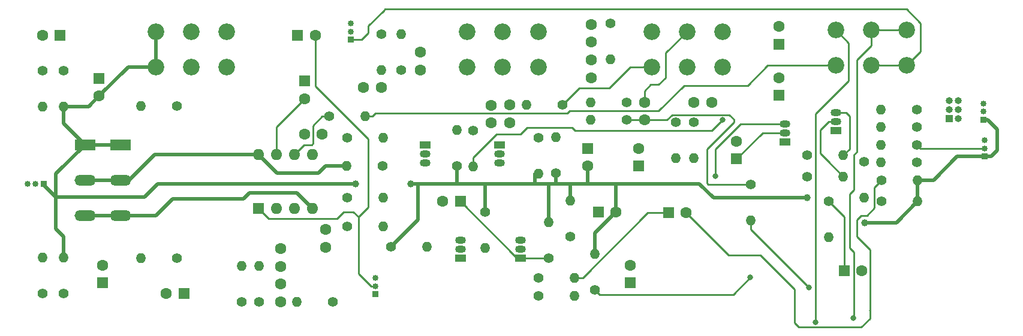
<source format=gbr>
%TF.GenerationSoftware,KiCad,Pcbnew,(5.1.6-0-10_14)*%
%TF.CreationDate,2020-08-17T21:01:39+02:00*%
%TF.ProjectId,MIXER V2 PCB,4d495845-5220-4563-9220-5043422e6b69,rev?*%
%TF.SameCoordinates,Original*%
%TF.FileFunction,Copper,L1,Top*%
%TF.FilePolarity,Positive*%
%FSLAX46Y46*%
G04 Gerber Fmt 4.6, Leading zero omitted, Abs format (unit mm)*
G04 Created by KiCad (PCBNEW (5.1.6-0-10_14)) date 2020-08-17 21:01:39*
%MOMM*%
%LPD*%
G01*
G04 APERTURE LIST*
%TA.AperFunction,ComponentPad*%
%ADD10R,1.000000X1.000000*%
%TD*%
%TA.AperFunction,ComponentPad*%
%ADD11O,1.000000X1.000000*%
%TD*%
%TA.AperFunction,ComponentPad*%
%ADD12C,0.850000*%
%TD*%
%TA.AperFunction,ComponentPad*%
%ADD13O,0.850000X0.850000*%
%TD*%
%TA.AperFunction,ComponentPad*%
%ADD14R,0.850000X0.850000*%
%TD*%
%TA.AperFunction,ComponentPad*%
%ADD15O,1.400000X1.400000*%
%TD*%
%TA.AperFunction,ComponentPad*%
%ADD16C,1.400000*%
%TD*%
%TA.AperFunction,ComponentPad*%
%ADD17C,1.600000*%
%TD*%
%TA.AperFunction,ComponentPad*%
%ADD18R,1.600000X1.600000*%
%TD*%
%TA.AperFunction,ComponentPad*%
%ADD19R,1.500000X1.050000*%
%TD*%
%TA.AperFunction,ComponentPad*%
%ADD20O,1.500000X1.050000*%
%TD*%
%TA.AperFunction,ComponentPad*%
%ADD21C,2.340000*%
%TD*%
%TA.AperFunction,ComponentPad*%
%ADD22O,1.600000X1.600000*%
%TD*%
%TA.AperFunction,ComponentPad*%
%ADD23R,3.000000X1.500000*%
%TD*%
%TA.AperFunction,ComponentPad*%
%ADD24O,3.000000X1.500000*%
%TD*%
%TA.AperFunction,ViaPad*%
%ADD25C,1.000000*%
%TD*%
%TA.AperFunction,ViaPad*%
%ADD26C,0.800000*%
%TD*%
%TA.AperFunction,Conductor*%
%ADD27C,0.500000*%
%TD*%
%TA.AperFunction,Conductor*%
%ADD28C,0.250000*%
%TD*%
G04 APERTURE END LIST*
D10*
%TO.P,SW3,1*%
%TO.N,Net-(R54-Pad1)*%
X232000000Y-50300000D03*
D11*
%TO.P,SW3,2*%
%TO.N,Net-(J4-Pad2)*%
X233270000Y-50300000D03*
%TO.P,SW3,3*%
%TO.N,Net-(R53-Pad1)*%
X232000000Y-49030000D03*
%TO.P,SW3,4*%
%TO.N,Net-(J4-Pad1)*%
X233270000Y-49030000D03*
%TO.P,SW3,5*%
%TO.N,N/C*%
X232000000Y-47760000D03*
%TO.P,SW3,6*%
X233270000Y-47760000D03*
%TD*%
D12*
%TO.P,J1,1*%
%TO.N,Net-(C24-Pad2)*%
X101873000Y-59500000D03*
D13*
%TO.P,J1,2*%
%TO.N,Net-(C23-Pad2)*%
X103000000Y-59500000D03*
D14*
%TO.P,J1,3*%
%TO.N,GND*%
X104159000Y-59500000D03*
%TD*%
D13*
%TO.P,SW2,3*%
%TO.N,Net-(C30-Pad1)*%
X147500000Y-36841000D03*
%TO.P,SW2,2*%
%TO.N,Net-(C32-Pad2)*%
X147500000Y-38000000D03*
D14*
%TO.P,SW2,1*%
%TO.N,Net-(RV3-Pad4)*%
X147500000Y-39127000D03*
%TD*%
%TO.P,SW1,1*%
%TO.N,Net-(RV3-Pad1)*%
X151000000Y-75127000D03*
D13*
%TO.P,SW1,2*%
%TO.N,Net-(C31-Pad2)*%
X151000000Y-74000000D03*
%TO.P,SW1,3*%
%TO.N,Net-(C29-Pad1)*%
X151000000Y-72841000D03*
%TD*%
D14*
%TO.P,J2,3*%
%TO.N,GND*%
X237000000Y-55659000D03*
D13*
%TO.P,J2,2*%
%TO.N,Net-(J2-Pad2)*%
X237000000Y-54500000D03*
D12*
%TO.P,J2,1*%
%TO.N,Net-(J2-Pad1)*%
X237000000Y-53373000D03*
%TD*%
%TO.P,J4,1*%
%TO.N,Net-(J4-Pad1)*%
X236900000Y-48173000D03*
D13*
%TO.P,J4,2*%
%TO.N,Net-(J4-Pad2)*%
X236900000Y-49300000D03*
D14*
%TO.P,J4,3*%
%TO.N,GND*%
X236900000Y-50459000D03*
%TD*%
D15*
%TO.P,R43,2*%
%TO.N,Net-(C21-Pad2)*%
X222420000Y-49000000D03*
D16*
%TO.P,R43,1*%
%TO.N,Net-(J2-Pad1)*%
X227500000Y-49000000D03*
%TD*%
D17*
%TO.P,C1,1*%
%TO.N,Net-(C1-Pad1)*%
X143500000Y-52500000D03*
%TO.P,C1,2*%
%TO.N,Net-(C1-Pad2)*%
X141000000Y-52500000D03*
%TD*%
%TO.P,C2,2*%
%TO.N,Net-(C2-Pad2)*%
X144000000Y-66000000D03*
%TO.P,C2,1*%
%TO.N,Net-(C2-Pad1)*%
X144000000Y-68500000D03*
%TD*%
%TO.P,C3,2*%
%TO.N,GND*%
X181000000Y-57000000D03*
D18*
%TO.P,C3,1*%
%TO.N,Net-(C3-Pad1)*%
X181000000Y-54500000D03*
%TD*%
D17*
%TO.P,C4,2*%
%TO.N,Net-(C4-Pad2)*%
X188200000Y-54500000D03*
D18*
%TO.P,C4,1*%
%TO.N,Net-(C4-Pad1)*%
X188200000Y-57000000D03*
%TD*%
D17*
%TO.P,C5,2*%
%TO.N,GND*%
X185000000Y-63500000D03*
D18*
%TO.P,C5,1*%
%TO.N,Net-(C5-Pad1)*%
X182500000Y-63500000D03*
%TD*%
D17*
%TO.P,C6,2*%
%TO.N,Net-(C6-Pad2)*%
X160500000Y-62000000D03*
D18*
%TO.P,C6,1*%
%TO.N,Net-(C6-Pad1)*%
X163000000Y-62000000D03*
%TD*%
D17*
%TO.P,C7,1*%
%TO.N,Net-(C7-Pad1)*%
X181500000Y-37000000D03*
%TO.P,C7,2*%
%TO.N,Net-(C11-Pad2)*%
X181500000Y-39500000D03*
%TD*%
%TO.P,C8,1*%
%TO.N,Net-(C8-Pad1)*%
X167334999Y-48400000D03*
%TO.P,C8,2*%
%TO.N,Net-(C12-Pad2)*%
X167334999Y-50900000D03*
%TD*%
%TO.P,C9,1*%
%TO.N,Net-(C9-Pad1)*%
X189000000Y-50500000D03*
%TO.P,C9,2*%
%TO.N,Net-(C9-Pad2)*%
X189000000Y-48000000D03*
%TD*%
%TO.P,C10,1*%
%TO.N,Net-(C10-Pad1)*%
X196000000Y-48000000D03*
%TO.P,C10,2*%
%TO.N,Net-(C10-Pad2)*%
X198500000Y-48000000D03*
%TD*%
%TO.P,C11,2*%
%TO.N,Net-(C11-Pad2)*%
X181500000Y-42000000D03*
%TO.P,C11,1*%
%TO.N,Net-(C11-Pad1)*%
X181500000Y-44500000D03*
%TD*%
%TO.P,C12,2*%
%TO.N,Net-(C12-Pad2)*%
X169950000Y-50850000D03*
%TO.P,C12,1*%
%TO.N,Net-(C12-Pad1)*%
X169950000Y-48350000D03*
%TD*%
D18*
%TO.P,C15,1*%
%TO.N,Net-(C15-Pad1)*%
X217200000Y-71800000D03*
D17*
%TO.P,C15,2*%
%TO.N,Net-(C15-Pad2)*%
X219700000Y-71800000D03*
%TD*%
%TO.P,C16,2*%
%TO.N,Net-(C16-Pad2)*%
X202000000Y-53500000D03*
D18*
%TO.P,C16,1*%
%TO.N,Net-(C16-Pad1)*%
X202000000Y-56000000D03*
%TD*%
%TO.P,C17,1*%
%TO.N,Net-(C17-Pad1)*%
X208000000Y-39800000D03*
D17*
%TO.P,C17,2*%
%TO.N,Net-(C17-Pad2)*%
X208000000Y-37300000D03*
%TD*%
D18*
%TO.P,C18,1*%
%TO.N,Net-(C18-Pad1)*%
X208000000Y-47000000D03*
D17*
%TO.P,C18,2*%
%TO.N,Net-(C18-Pad2)*%
X208000000Y-44500000D03*
%TD*%
D18*
%TO.P,C21,1*%
%TO.N,Net-(C17-Pad1)*%
X187000000Y-73500000D03*
D17*
%TO.P,C21,2*%
%TO.N,Net-(C21-Pad2)*%
X187000000Y-71000000D03*
%TD*%
D18*
%TO.P,C22,1*%
%TO.N,Net-(C18-Pad1)*%
X192400000Y-63600000D03*
D17*
%TO.P,C22,2*%
%TO.N,Net-(C22-Pad2)*%
X194900000Y-63600000D03*
%TD*%
D18*
%TO.P,C23,1*%
%TO.N,Net-(C23-Pad1)*%
X124000000Y-75000000D03*
D17*
%TO.P,C23,2*%
%TO.N,Net-(C23-Pad2)*%
X121500000Y-75000000D03*
%TD*%
%TO.P,C24,2*%
%TO.N,Net-(C24-Pad2)*%
X104000000Y-38500000D03*
D18*
%TO.P,C24,1*%
%TO.N,Net-(C24-Pad1)*%
X106500000Y-38500000D03*
%TD*%
%TO.P,C25,1*%
%TO.N,Net-(C25-Pad1)*%
X112500000Y-73500000D03*
D17*
%TO.P,C25,2*%
%TO.N,GND*%
X112500000Y-71000000D03*
%TD*%
%TO.P,C26,2*%
%TO.N,GND*%
X112000000Y-47100000D03*
D18*
%TO.P,C26,1*%
%TO.N,Net-(C26-Pad1)*%
X112000000Y-44600000D03*
%TD*%
D17*
%TO.P,C27,2*%
%TO.N,Net-(C27-Pad2)*%
X137650000Y-68700000D03*
%TO.P,C27,1*%
%TO.N,Net-(C27-Pad1)*%
X137650000Y-71200000D03*
%TD*%
%TO.P,C28,1*%
%TO.N,Net-(C28-Pad1)*%
X151850000Y-45900000D03*
%TO.P,C28,2*%
%TO.N,Net-(C28-Pad2)*%
X149350000Y-45900000D03*
%TD*%
%TO.P,C29,1*%
%TO.N,Net-(C29-Pad1)*%
X137650000Y-73700000D03*
%TO.P,C29,2*%
%TO.N,Net-(C27-Pad1)*%
X137650000Y-76200000D03*
%TD*%
%TO.P,C30,2*%
%TO.N,Net-(C28-Pad1)*%
X157350000Y-43400000D03*
%TO.P,C30,1*%
%TO.N,Net-(C30-Pad1)*%
X157350000Y-40900000D03*
%TD*%
%TO.P,C31,2*%
%TO.N,Net-(C31-Pad2)*%
X142500000Y-38500000D03*
D18*
%TO.P,C31,1*%
%TO.N,Net-(C31-Pad1)*%
X140000000Y-38500000D03*
%TD*%
%TO.P,C32,1*%
%TO.N,Net-(C32-Pad1)*%
X141000000Y-45000000D03*
D17*
%TO.P,C32,2*%
%TO.N,Net-(C32-Pad2)*%
X141000000Y-47500000D03*
%TD*%
D19*
%TO.P,Q1,1*%
%TO.N,Net-(Q1-Pad1)*%
X158000000Y-54000000D03*
D20*
%TO.P,Q1,3*%
%TO.N,Net-(C3-Pad1)*%
X158000000Y-56540000D03*
%TO.P,Q1,2*%
%TO.N,Net-(C1-Pad1)*%
X158000000Y-55270000D03*
%TD*%
%TO.P,Q2,2*%
%TO.N,Net-(C2-Pad1)*%
X163000000Y-68730000D03*
%TO.P,Q2,3*%
%TO.N,Net-(C5-Pad1)*%
X163000000Y-67460000D03*
D19*
%TO.P,Q2,1*%
%TO.N,Net-(Q2-Pad1)*%
X163000000Y-70000000D03*
%TD*%
D20*
%TO.P,Q3,2*%
%TO.N,Net-(Q1-Pad1)*%
X168500000Y-55270000D03*
%TO.P,Q3,3*%
%TO.N,Net-(C3-Pad1)*%
X168500000Y-56540000D03*
D19*
%TO.P,Q3,1*%
%TO.N,Net-(C4-Pad1)*%
X168500000Y-54000000D03*
%TD*%
%TO.P,Q4,1*%
%TO.N,Net-(C6-Pad1)*%
X171500000Y-70000000D03*
D20*
%TO.P,Q4,3*%
%TO.N,Net-(C5-Pad1)*%
X171500000Y-67460000D03*
%TO.P,Q4,2*%
%TO.N,Net-(Q2-Pad1)*%
X171500000Y-68730000D03*
%TD*%
D19*
%TO.P,Q5,1*%
%TO.N,Net-(Q5-Pad1)*%
X216000000Y-52000000D03*
D20*
%TO.P,Q5,3*%
%TO.N,Net-(C17-Pad1)*%
X216000000Y-49460000D03*
%TO.P,Q5,2*%
%TO.N,Net-(C15-Pad1)*%
X216000000Y-50730000D03*
%TD*%
%TO.P,Q6,2*%
%TO.N,Net-(C16-Pad1)*%
X208800000Y-52330000D03*
%TO.P,Q6,3*%
%TO.N,Net-(C18-Pad1)*%
X208800000Y-51060000D03*
D19*
%TO.P,Q6,1*%
%TO.N,Net-(Q6-Pad1)*%
X208800000Y-53600000D03*
%TD*%
D16*
%TO.P,R1,1*%
%TO.N,Net-(C3-Pad1)*%
X152000000Y-57000000D03*
D15*
%TO.P,R1,2*%
%TO.N,+15V*%
X146920000Y-57000000D03*
%TD*%
%TO.P,R2,2*%
%TO.N,Net-(C3-Pad1)*%
X152080000Y-53000000D03*
D16*
%TO.P,R2,1*%
%TO.N,Net-(C1-Pad1)*%
X147000000Y-53000000D03*
%TD*%
%TO.P,R3,1*%
%TO.N,GND*%
X162500000Y-57000000D03*
D15*
%TO.P,R3,2*%
%TO.N,Net-(C1-Pad1)*%
X162500000Y-51920000D03*
%TD*%
D16*
%TO.P,R4,1*%
%TO.N,Net-(C2-Pad1)*%
X147000000Y-65500000D03*
D15*
%TO.P,R4,2*%
%TO.N,Net-(C5-Pad1)*%
X152080000Y-65500000D03*
%TD*%
D16*
%TO.P,R5,1*%
%TO.N,GND*%
X166500000Y-63500000D03*
D15*
%TO.P,R5,2*%
%TO.N,Net-(C2-Pad1)*%
X166500000Y-68580000D03*
%TD*%
%TO.P,R6,2*%
%TO.N,Net-(C5-Pad1)*%
X152080000Y-61500000D03*
D16*
%TO.P,R6,1*%
%TO.N,+15V*%
X147000000Y-61500000D03*
%TD*%
D15*
%TO.P,R7,2*%
%TO.N,Net-(Q1-Pad1)*%
X176500000Y-52920000D03*
D16*
%TO.P,R7,1*%
%TO.N,GND*%
X176500000Y-58000000D03*
%TD*%
D15*
%TO.P,R8,2*%
%TO.N,Net-(Q2-Pad1)*%
X158280000Y-68400000D03*
D16*
%TO.P,R8,1*%
%TO.N,GND*%
X153200000Y-68400000D03*
%TD*%
%TO.P,R9,1*%
%TO.N,Net-(C4-Pad1)*%
X174000000Y-53000000D03*
D15*
%TO.P,R9,2*%
%TO.N,GND*%
X174000000Y-58080000D03*
%TD*%
D16*
%TO.P,R10,1*%
%TO.N,Net-(C6-Pad1)*%
X175500000Y-70000000D03*
D15*
%TO.P,R10,2*%
%TO.N,GND*%
X175500000Y-64920000D03*
%TD*%
%TO.P,R11,2*%
%TO.N,Net-(C4-Pad2)*%
X184200000Y-41880000D03*
D16*
%TO.P,R11,1*%
%TO.N,Net-(C7-Pad1)*%
X184200000Y-36800000D03*
%TD*%
D15*
%TO.P,R12,2*%
%TO.N,Net-(C6-Pad2)*%
X164800000Y-57080000D03*
D16*
%TO.P,R12,1*%
%TO.N,Net-(C8-Pad1)*%
X164800000Y-52000000D03*
%TD*%
D15*
%TO.P,R13,2*%
%TO.N,Net-(C11-Pad2)*%
X181420000Y-50500000D03*
D16*
%TO.P,R13,1*%
%TO.N,Net-(C9-Pad1)*%
X186500000Y-50500000D03*
%TD*%
%TO.P,R14,1*%
%TO.N,Net-(C10-Pad1)*%
X196000000Y-50800000D03*
D15*
%TO.P,R14,2*%
%TO.N,Net-(C12-Pad2)*%
X196000000Y-55880000D03*
%TD*%
D16*
%TO.P,R15,1*%
%TO.N,Net-(C9-Pad1)*%
X204000000Y-59600000D03*
D15*
%TO.P,R15,2*%
%TO.N,Net-(C15-Pad2)*%
X204000000Y-64680000D03*
%TD*%
D16*
%TO.P,R16,1*%
%TO.N,Net-(C10-Pad1)*%
X193400000Y-50800000D03*
D15*
%TO.P,R16,2*%
%TO.N,Net-(C16-Pad2)*%
X193400000Y-55880000D03*
%TD*%
D16*
%TO.P,R17,1*%
%TO.N,Net-(C17-Pad2)*%
X186500000Y-48000000D03*
D15*
%TO.P,R17,2*%
%TO.N,Net-(C11-Pad1)*%
X181420000Y-48000000D03*
%TD*%
D16*
%TO.P,R18,1*%
%TO.N,Net-(C18-Pad2)*%
X177450000Y-48350000D03*
D15*
%TO.P,R18,2*%
%TO.N,Net-(C12-Pad1)*%
X172370000Y-48350000D03*
%TD*%
%TO.P,R19,2*%
%TO.N,Net-(C15-Pad1)*%
X217080000Y-58500000D03*
D16*
%TO.P,R19,1*%
%TO.N,Net-(C3-Pad1)*%
X212000000Y-58500000D03*
%TD*%
D15*
%TO.P,R20,2*%
%TO.N,GND*%
X215000000Y-67080000D03*
D16*
%TO.P,R20,1*%
%TO.N,Net-(C15-Pad1)*%
X215000000Y-62000000D03*
%TD*%
%TO.P,R21,1*%
%TO.N,Net-(C5-Pad1)*%
X174000000Y-75400000D03*
D15*
%TO.P,R21,2*%
%TO.N,Net-(C16-Pad1)*%
X179080000Y-75400000D03*
%TD*%
D16*
%TO.P,R22,1*%
%TO.N,Net-(C16-Pad1)*%
X182000000Y-74500000D03*
D15*
%TO.P,R22,2*%
%TO.N,GND*%
X182000000Y-69420000D03*
%TD*%
%TO.P,R23,2*%
%TO.N,Net-(C17-Pad1)*%
X217080000Y-55500000D03*
D16*
%TO.P,R23,1*%
%TO.N,Net-(C3-Pad1)*%
X212000000Y-55500000D03*
%TD*%
%TO.P,R24,1*%
%TO.N,Net-(Q5-Pad1)*%
X220000000Y-56400000D03*
D15*
%TO.P,R24,2*%
%TO.N,GND*%
X220000000Y-61480000D03*
%TD*%
%TO.P,R25,2*%
%TO.N,Net-(C18-Pad1)*%
X179080000Y-72800000D03*
D16*
%TO.P,R25,1*%
%TO.N,Net-(C5-Pad1)*%
X174000000Y-72800000D03*
%TD*%
D15*
%TO.P,R26,2*%
%TO.N,GND*%
X227580000Y-62000000D03*
D16*
%TO.P,R26,1*%
%TO.N,Net-(Q6-Pad1)*%
X222500000Y-62000000D03*
%TD*%
D15*
%TO.P,R27,2*%
%TO.N,GND*%
X178500000Y-61920000D03*
D16*
%TO.P,R27,1*%
%TO.N,Net-(C21-Pad2)*%
X178500000Y-67000000D03*
%TD*%
D15*
%TO.P,R28,2*%
%TO.N,GND*%
X227580000Y-59000000D03*
D16*
%TO.P,R28,1*%
%TO.N,Net-(C22-Pad2)*%
X222500000Y-59000000D03*
%TD*%
D15*
%TO.P,R31,2*%
%TO.N,GND*%
X104000000Y-69920000D03*
D16*
%TO.P,R31,1*%
%TO.N,Net-(C23-Pad2)*%
X104000000Y-75000000D03*
%TD*%
D15*
%TO.P,R32,2*%
%TO.N,GND*%
X104000000Y-48580000D03*
D16*
%TO.P,R32,1*%
%TO.N,Net-(C24-Pad2)*%
X104000000Y-43500000D03*
%TD*%
%TO.P,R33,1*%
%TO.N,Net-(C23-Pad1)*%
X107000000Y-75000000D03*
D15*
%TO.P,R33,2*%
%TO.N,GND*%
X107000000Y-69920000D03*
%TD*%
D16*
%TO.P,R34,1*%
%TO.N,Net-(C24-Pad1)*%
X107000000Y-43500000D03*
D15*
%TO.P,R34,2*%
%TO.N,GND*%
X107000000Y-48580000D03*
%TD*%
%TO.P,R35,2*%
%TO.N,Net-(C25-Pad1)*%
X117920000Y-70000000D03*
D16*
%TO.P,R35,1*%
%TO.N,Net-(C27-Pad2)*%
X123000000Y-70000000D03*
%TD*%
D15*
%TO.P,R36,2*%
%TO.N,Net-(C26-Pad1)*%
X117920000Y-48500000D03*
D16*
%TO.P,R36,1*%
%TO.N,Net-(C28-Pad2)*%
X123000000Y-48500000D03*
%TD*%
%TO.P,R37,1*%
%TO.N,Net-(C27-Pad1)*%
X134600000Y-76190000D03*
D15*
%TO.P,R37,2*%
%TO.N,Net-(C27-Pad2)*%
X134600000Y-71110000D03*
%TD*%
D16*
%TO.P,R38,1*%
%TO.N,Net-(R38-Pad1)*%
X132150000Y-76200000D03*
D15*
%TO.P,R38,2*%
%TO.N,Net-(C27-Pad2)*%
X132150000Y-71120000D03*
%TD*%
D16*
%TO.P,R39,1*%
%TO.N,Net-(C28-Pad2)*%
X151850000Y-38400000D03*
D15*
%TO.P,R39,2*%
%TO.N,Net-(C28-Pad1)*%
X151850000Y-43480000D03*
%TD*%
D16*
%TO.P,R40,1*%
%TO.N,Net-(C28-Pad2)*%
X144500000Y-50000000D03*
D15*
%TO.P,R40,2*%
%TO.N,Net-(R40-Pad2)*%
X149580000Y-50000000D03*
%TD*%
%TO.P,R41,2*%
%TO.N,Net-(C27-Pad1)*%
X139920000Y-76200000D03*
D16*
%TO.P,R41,1*%
%TO.N,Net-(C29-Pad1)*%
X145000000Y-76200000D03*
%TD*%
D15*
%TO.P,R42,2*%
%TO.N,Net-(C30-Pad1)*%
X154675001Y-38344999D03*
D16*
%TO.P,R42,1*%
%TO.N,Net-(C28-Pad1)*%
X154675001Y-43424999D03*
%TD*%
%TO.P,R44,1*%
%TO.N,Net-(J2-Pad2)*%
X227500000Y-54000000D03*
D15*
%TO.P,R44,2*%
%TO.N,Net-(C22-Pad2)*%
X222420000Y-54000000D03*
%TD*%
D21*
%TO.P,RV1,4*%
%TO.N,Net-(C12-Pad1)*%
X174000000Y-43000000D03*
%TO.P,RV1,5*%
%TO.N,Net-(C12-Pad2)*%
X169000000Y-43000000D03*
%TO.P,RV1,6*%
%TO.N,Net-(C8-Pad1)*%
X164000000Y-43000000D03*
%TO.P,RV1,1*%
%TO.N,Net-(C11-Pad1)*%
X174000000Y-38000000D03*
%TO.P,RV1,2*%
%TO.N,Net-(C11-Pad2)*%
X169000000Y-38000000D03*
%TO.P,RV1,3*%
%TO.N,Net-(C7-Pad1)*%
X164000000Y-38000000D03*
%TD*%
%TO.P,RV2,3*%
%TO.N,Net-(C17-Pad2)*%
X190000000Y-38000000D03*
%TO.P,RV2,2*%
%TO.N,Net-(C9-Pad2)*%
X195000000Y-38000000D03*
%TO.P,RV2,1*%
%TO.N,Net-(C4-Pad2)*%
X200000000Y-38000000D03*
%TO.P,RV2,6*%
%TO.N,Net-(C18-Pad2)*%
X190000000Y-43000000D03*
%TO.P,RV2,5*%
%TO.N,Net-(C10-Pad2)*%
X195000000Y-43000000D03*
%TO.P,RV2,4*%
%TO.N,Net-(C6-Pad2)*%
X200000000Y-43000000D03*
%TD*%
%TO.P,RV3,4*%
%TO.N,Net-(RV3-Pad4)*%
X226000000Y-42800000D03*
%TO.P,RV3,5*%
X221000000Y-42800000D03*
%TO.P,RV3,6*%
%TO.N,Net-(R40-Pad2)*%
X216000000Y-42800000D03*
%TO.P,RV3,1*%
%TO.N,Net-(RV3-Pad1)*%
X226000000Y-37800000D03*
%TO.P,RV3,2*%
X221000000Y-37800000D03*
%TO.P,RV3,3*%
%TO.N,Net-(R38-Pad1)*%
X216000000Y-37800000D03*
%TD*%
%TO.P,RV4,3*%
%TO.N,GND*%
X120000000Y-38000000D03*
%TO.P,RV4,2*%
%TO.N,Net-(C1-Pad2)*%
X125000000Y-38000000D03*
%TO.P,RV4,1*%
%TO.N,Net-(C31-Pad1)*%
X130000000Y-38000000D03*
%TO.P,RV4,6*%
%TO.N,GND*%
X120000000Y-43000000D03*
%TO.P,RV4,5*%
%TO.N,Net-(C2-Pad2)*%
X125000000Y-43000000D03*
%TO.P,RV4,4*%
%TO.N,Net-(C32-Pad1)*%
X130000000Y-43000000D03*
%TD*%
D18*
%TO.P,U1,1*%
%TO.N,Net-(C31-Pad2)*%
X134500000Y-63000000D03*
D22*
%TO.P,U1,5*%
%TO.N,Net-(C24-Pad1)*%
X142120000Y-55380000D03*
%TO.P,U1,2*%
%TO.N,Net-(C27-Pad2)*%
X137040000Y-63000000D03*
%TO.P,U1,6*%
%TO.N,Net-(C28-Pad2)*%
X139580000Y-55380000D03*
%TO.P,U1,3*%
%TO.N,Net-(C23-Pad1)*%
X139580000Y-63000000D03*
%TO.P,U1,7*%
%TO.N,Net-(C32-Pad2)*%
X137040000Y-55380000D03*
%TO.P,U1,4*%
%TO.N,-15V*%
X142120000Y-63000000D03*
%TO.P,U1,8*%
%TO.N,+15V*%
X134500000Y-55380000D03*
%TD*%
D23*
%TO.P,J3,1*%
%TO.N,GND*%
X115000000Y-54000000D03*
X110000000Y-54000000D03*
D24*
%TO.P,J3,2*%
%TO.N,+15V*%
X115000000Y-59000000D03*
X110000000Y-59000000D03*
%TO.P,J3,3*%
%TO.N,-15V*%
X115000000Y-64000000D03*
X110000000Y-64000000D03*
%TD*%
D16*
%TO.P,R53,1*%
%TO.N,Net-(R53-Pad1)*%
X227500000Y-51500000D03*
D15*
%TO.P,R53,2*%
%TO.N,Net-(C21-Pad2)*%
X222420000Y-51500000D03*
%TD*%
%TO.P,R54,2*%
%TO.N,Net-(C22-Pad2)*%
X222420000Y-56500000D03*
D16*
%TO.P,R54,1*%
%TO.N,Net-(R54-Pad1)*%
X227500000Y-56500000D03*
%TD*%
D25*
%TO.N,GND*%
X148200000Y-59500000D03*
X156000000Y-59500000D03*
X212000000Y-61500000D03*
X220099991Y-65034496D03*
D26*
%TO.N,Net-(C6-Pad2)*%
X200000000Y-50500000D03*
%TO.N,Net-(C15-Pad2)*%
X212200000Y-74200000D03*
%TO.N,Net-(C16-Pad1)*%
X203959329Y-72774990D03*
%TO.N,Net-(C18-Pad1)*%
X199000000Y-58400000D03*
%TO.N,Net-(R38-Pad1)*%
X213165900Y-79049989D03*
%TO.N,Net-(RV3-Pad1)*%
X218504999Y-78495001D03*
%TD*%
D27*
%TO.N,GND*%
X110000000Y-54000000D02*
X115000000Y-54000000D01*
X107000000Y-67000000D02*
X107000000Y-69920000D01*
X107000000Y-51000000D02*
X110000000Y-54000000D01*
X107000000Y-48580000D02*
X107000000Y-51000000D01*
X120000000Y-38000000D02*
X120000000Y-43000000D01*
X157000000Y-64600000D02*
X157000000Y-59500000D01*
X153200000Y-68400000D02*
X157000000Y-64600000D01*
X156000000Y-59500000D02*
X157000000Y-59500000D01*
X162500000Y-57000000D02*
X162500000Y-59500000D01*
X162500000Y-59500000D02*
X166500000Y-59500000D01*
X157000000Y-59500000D02*
X162500000Y-59500000D01*
X166500000Y-63500000D02*
X166500000Y-59500000D01*
X175500000Y-64920000D02*
X175500000Y-59500000D01*
X175500000Y-59500000D02*
X173500000Y-59500000D01*
X173500000Y-58080000D02*
X173500000Y-59500000D01*
X173500000Y-59500000D02*
X166500000Y-59500000D01*
X176500000Y-58000000D02*
X176500000Y-59500000D01*
X176500000Y-59500000D02*
X178500000Y-59500000D01*
X175500000Y-59500000D02*
X176500000Y-59500000D01*
X181000000Y-57000000D02*
X181000000Y-59500000D01*
X178500000Y-59500000D02*
X181000000Y-59500000D01*
X227580000Y-62000000D02*
X227580000Y-59000000D01*
X182000000Y-66500000D02*
X185000000Y-63500000D01*
X182000000Y-69420000D02*
X182000000Y-66500000D01*
X185000000Y-63500000D02*
X185000000Y-59500000D01*
X181000000Y-59500000D02*
X185000000Y-59500000D01*
X178500000Y-61920000D02*
X178500000Y-59500000D01*
X224545504Y-65034496D02*
X220099991Y-65034496D01*
X227580000Y-62000000D02*
X224545504Y-65034496D01*
X185000000Y-59500000D02*
X196745391Y-59500000D01*
X196745391Y-59500000D02*
X198745391Y-61500000D01*
X198745391Y-61500000D02*
X212000000Y-61500000D01*
X116100000Y-43000000D02*
X112000000Y-47100000D01*
X120000000Y-43000000D02*
X116100000Y-43000000D01*
X110520000Y-48580000D02*
X112000000Y-47100000D01*
X107000000Y-48580000D02*
X110520000Y-48580000D01*
X237000000Y-55659000D02*
X233141000Y-55659000D01*
X229800000Y-59000000D02*
X227580000Y-59000000D01*
X233141000Y-55659000D02*
X229800000Y-59000000D01*
X236900000Y-50459000D02*
X237459000Y-50459000D01*
X237459000Y-50459000D02*
X238800000Y-51800000D01*
X238800000Y-54784000D02*
X237925000Y-55659000D01*
X237925000Y-55659000D02*
X237000000Y-55659000D01*
X238800000Y-51800000D02*
X238800000Y-54784000D01*
X104159000Y-59659000D02*
X104159000Y-59500000D01*
X105900000Y-61400000D02*
X104159000Y-59659000D01*
X105900000Y-58100000D02*
X105900000Y-61400000D01*
X110000000Y-54000000D02*
X105900000Y-58100000D01*
X105900000Y-65900000D02*
X107000000Y-67000000D01*
X105900000Y-61400000D02*
X105900000Y-65900000D01*
X118400000Y-61400000D02*
X105900000Y-61400000D01*
X120300000Y-59500000D02*
X118400000Y-61400000D01*
X148200000Y-59500000D02*
X120300000Y-59500000D01*
D28*
%TO.N,Net-(C6-Pad2)*%
X179200000Y-52000000D02*
X198500000Y-52000000D01*
X178800000Y-51600000D02*
X179200000Y-52000000D01*
X172400000Y-51600000D02*
X178800000Y-51600000D01*
X164800000Y-55839998D02*
X168139998Y-52500000D01*
X168139998Y-52500000D02*
X171500000Y-52500000D01*
X171500000Y-52500000D02*
X172400000Y-51600000D01*
X198500000Y-52000000D02*
X200000000Y-50500000D01*
X164800000Y-57080000D02*
X164800000Y-55839998D01*
%TO.N,Net-(C6-Pad1)*%
X171000000Y-70000000D02*
X171500000Y-70000000D01*
X163000000Y-62000000D02*
X171000000Y-70000000D01*
X175500000Y-70000000D02*
X171500000Y-70000000D01*
%TO.N,Net-(C9-Pad1)*%
X186500000Y-50500000D02*
X189000000Y-50500000D01*
X192182998Y-50500000D02*
X189000000Y-50500000D01*
X192907999Y-49774999D02*
X192182998Y-50500000D01*
X200974999Y-49774999D02*
X192907999Y-49774999D01*
X201600000Y-50400000D02*
X200974999Y-49774999D01*
X201600000Y-50800000D02*
X201600000Y-50400000D01*
X197800000Y-54600000D02*
X201600000Y-50800000D01*
X197800000Y-59400000D02*
X197800000Y-54600000D01*
X198000000Y-59600000D02*
X197800000Y-59400000D01*
X204000000Y-59600000D02*
X198000000Y-59600000D01*
%TO.N,Net-(C9-Pad2)*%
X195000000Y-38000000D02*
X192000000Y-41000000D01*
X192000000Y-44500000D02*
X192000000Y-41000000D01*
X191000000Y-45500000D02*
X192000000Y-44500000D01*
X191000000Y-45500000D02*
X189900000Y-45500000D01*
X189000000Y-46400000D02*
X189000000Y-48000000D01*
X189900000Y-45500000D02*
X189000000Y-46400000D01*
%TO.N,Net-(C15-Pad1)*%
X217200000Y-64200000D02*
X217200000Y-71800000D01*
X215000000Y-62000000D02*
X217200000Y-64200000D01*
X214924999Y-56344999D02*
X217080000Y-58500000D01*
X216000000Y-50730000D02*
X215000000Y-50730000D01*
X214924999Y-56344999D02*
X214924999Y-56324999D01*
X214924999Y-56324999D02*
X213800000Y-55200000D01*
X213800000Y-51930000D02*
X215000000Y-50730000D01*
X213800000Y-55200000D02*
X213800000Y-51930000D01*
%TO.N,Net-(C15-Pad2)*%
X204000000Y-64680000D02*
X204000000Y-66000000D01*
X204000000Y-66000000D02*
X212200000Y-74200000D01*
%TO.N,Net-(C16-Pad1)*%
X182000000Y-74500000D02*
X182699999Y-75199999D01*
X201534320Y-75199999D02*
X203959329Y-72774990D01*
X182699999Y-75199999D02*
X201534320Y-75199999D01*
X205670000Y-52330000D02*
X202000000Y-56000000D01*
X208800000Y-52330000D02*
X205670000Y-52330000D01*
%TO.N,Net-(C17-Pad1)*%
X218000000Y-50000000D02*
X218000000Y-54580000D01*
X217460000Y-49460000D02*
X218000000Y-50000000D01*
X218000000Y-54580000D02*
X217080000Y-55500000D01*
X216000000Y-49460000D02*
X217460000Y-49460000D01*
%TO.N,Net-(C18-Pad1)*%
X192400000Y-63600000D02*
X189485002Y-63600000D01*
X180285002Y-72800000D02*
X179080000Y-72800000D01*
X189485002Y-63600000D02*
X180285002Y-72800000D01*
X199000000Y-56814998D02*
X199000000Y-58400000D01*
X199000000Y-54600000D02*
X199000000Y-56814998D01*
X202540000Y-51060000D02*
X199000000Y-54600000D01*
X208800000Y-51060000D02*
X202540000Y-51060000D01*
%TO.N,Net-(C18-Pad2)*%
X190000000Y-43000000D02*
X187000000Y-43000000D01*
X187000000Y-43000000D02*
X184000000Y-46000000D01*
X179800000Y-46000000D02*
X177450000Y-48350000D01*
X184000000Y-46000000D02*
X179800000Y-46000000D01*
%TO.N,Net-(C22-Pad2)*%
X219600000Y-64000000D02*
X218974999Y-64625001D01*
X220825001Y-77425001D02*
X220800000Y-77400000D01*
X200900000Y-69600000D02*
X194900000Y-63600000D01*
X222500000Y-59000000D02*
X221474999Y-60025001D01*
X205400000Y-69600000D02*
X200900000Y-69600000D01*
X221474999Y-60025001D02*
X221474999Y-62925001D01*
X210200000Y-79200000D02*
X210200000Y-74400000D01*
X220400000Y-64000000D02*
X219600000Y-64000000D01*
X210200000Y-74400000D02*
X205400000Y-69600000D01*
X210774999Y-79774999D02*
X210200000Y-79200000D01*
X221474999Y-62925001D02*
X220400000Y-64000000D01*
X218974999Y-64625001D02*
X218974999Y-66974999D01*
X220825001Y-68825001D02*
X220825001Y-71025001D01*
X218974999Y-66974999D02*
X220825001Y-68825001D01*
X220825001Y-71025001D02*
X220825001Y-77425001D01*
X220825001Y-70778588D02*
X220825001Y-71025001D01*
X220825001Y-77425001D02*
X220825001Y-78574999D01*
X219625001Y-79774999D02*
X210774999Y-79774999D01*
X220825001Y-78574999D02*
X219625001Y-79774999D01*
%TO.N,Net-(C28-Pad2)*%
X139785002Y-55380000D02*
X139580000Y-55380000D01*
X144500000Y-50000000D02*
X143510051Y-50000000D01*
X139580000Y-55380000D02*
X140960000Y-54000000D01*
X140960000Y-54000000D02*
X142000000Y-54000000D01*
X142000000Y-54000000D02*
X142200000Y-53800000D01*
X142200000Y-51310051D02*
X143510051Y-50000000D01*
X142200000Y-53800000D02*
X142200000Y-51310051D01*
%TO.N,Net-(C31-Pad2)*%
X142500000Y-45685002D02*
X148045001Y-51230003D01*
X142500000Y-38500000D02*
X142500000Y-45685002D01*
X150398960Y-74000000D02*
X151000000Y-74000000D01*
X148600000Y-72201040D02*
X150398960Y-74000000D01*
X148600000Y-64200000D02*
X148600000Y-72201040D01*
X148045001Y-51230003D02*
X148045001Y-51245001D01*
X148045001Y-51245001D02*
X150000000Y-53200000D01*
X150000000Y-62800000D02*
X148600000Y-64200000D01*
X150000000Y-53200000D02*
X150000000Y-62800000D01*
X135900000Y-64400000D02*
X135650000Y-64150000D01*
X145600000Y-64400000D02*
X135900000Y-64400000D01*
X147877304Y-63477304D02*
X146522696Y-63477304D01*
X135725001Y-64225001D02*
X135650000Y-64150000D01*
X135650000Y-64150000D02*
X134500000Y-63000000D01*
X148600000Y-64200000D02*
X147877304Y-63477304D01*
X146522696Y-63477304D02*
X145600000Y-64400000D01*
%TO.N,Net-(C32-Pad2)*%
X137040000Y-51460000D02*
X141000000Y-47500000D01*
X137040000Y-55380000D02*
X137040000Y-51460000D01*
%TO.N,Net-(J2-Pad2)*%
X228000000Y-54500000D02*
X237000000Y-54500000D01*
X227500000Y-54000000D02*
X228000000Y-54500000D01*
D27*
%TO.N,+15V*%
X110000000Y-59000000D02*
X115000000Y-59000000D01*
X144000000Y-57000000D02*
X146920000Y-57000000D01*
X143000000Y-58000000D02*
X144000000Y-57000000D01*
X137120000Y-58000000D02*
X143000000Y-58000000D01*
X134500000Y-55380000D02*
X137120000Y-58000000D01*
X134500000Y-55380000D02*
X119820000Y-55380000D01*
X116200000Y-59000000D02*
X115000000Y-59000000D01*
X119820000Y-55380000D02*
X116200000Y-59000000D01*
%TO.N,-15V*%
X110000000Y-64000000D02*
X115000000Y-64000000D01*
X120000000Y-64000000D02*
X122350001Y-61649999D01*
X115000000Y-64000000D02*
X120000000Y-64000000D01*
X122350001Y-61649999D02*
X132350001Y-61649999D01*
X132350001Y-61649999D02*
X133200000Y-60800000D01*
X133200000Y-60800000D02*
X139920000Y-60800000D01*
X139920000Y-60800000D02*
X140960000Y-61840000D01*
X140960000Y-61840000D02*
X142120000Y-63000000D01*
X140769999Y-61649999D02*
X140960000Y-61840000D01*
D28*
%TO.N,Net-(R38-Pad1)*%
X216000000Y-37800000D02*
X215200000Y-37800000D01*
X216000000Y-37800000D02*
X217800000Y-39600000D01*
X217800000Y-39600000D02*
X217800000Y-45000000D01*
X213165900Y-49634100D02*
X213165900Y-78484304D01*
X217800000Y-45000000D02*
X213165900Y-49634100D01*
X213165900Y-78484304D02*
X213165900Y-79049989D01*
%TO.N,Net-(R40-Pad2)*%
X216000000Y-43000000D02*
X216000000Y-42800000D01*
X194600000Y-45600000D02*
X203600000Y-45600000D01*
X191000000Y-49200000D02*
X194600000Y-45600000D01*
X178400000Y-49200000D02*
X191000000Y-49200000D01*
X203600000Y-45600000D02*
X206400000Y-42800000D01*
X178074999Y-49525001D02*
X178400000Y-49200000D01*
X206400000Y-42800000D02*
X216000000Y-42800000D01*
X150569949Y-50000000D02*
X151044948Y-49525001D01*
X151044948Y-49525001D02*
X178074999Y-49525001D01*
X149580000Y-50000000D02*
X150569949Y-50000000D01*
%TO.N,Net-(RV3-Pad4)*%
X228000000Y-40800000D02*
X226000000Y-42800000D01*
X226000000Y-42800000D02*
X221000000Y-42800000D01*
X149073000Y-39127000D02*
X147500000Y-39127000D01*
X152175000Y-35025000D02*
X150000000Y-37200000D01*
X150000000Y-38200000D02*
X149073000Y-39127000D01*
X150000000Y-37200000D02*
X150000000Y-38200000D01*
X228000000Y-40800000D02*
X228000000Y-36800000D01*
X228000000Y-36800000D02*
X226000000Y-34800000D01*
X152400000Y-34800000D02*
X152175000Y-35025000D01*
X226000000Y-34800000D02*
X152400000Y-34800000D01*
%TO.N,Net-(RV3-Pad1)*%
X226000000Y-37800000D02*
X221000000Y-37800000D01*
X218574999Y-78425001D02*
X218504999Y-78495001D01*
X218574999Y-69164997D02*
X218574999Y-78425001D01*
X218000000Y-61000000D02*
X218000000Y-68589998D01*
X218600000Y-60400000D02*
X218000000Y-61000000D01*
X218600000Y-55400000D02*
X218600000Y-60400000D01*
X219000000Y-55000000D02*
X218600000Y-55400000D01*
X219000000Y-42000000D02*
X219000000Y-55000000D01*
X218000000Y-68589998D02*
X218574999Y-69164997D01*
X221000000Y-40000000D02*
X219000000Y-42000000D01*
X221000000Y-37800000D02*
X221000000Y-40000000D01*
%TD*%
M02*

</source>
